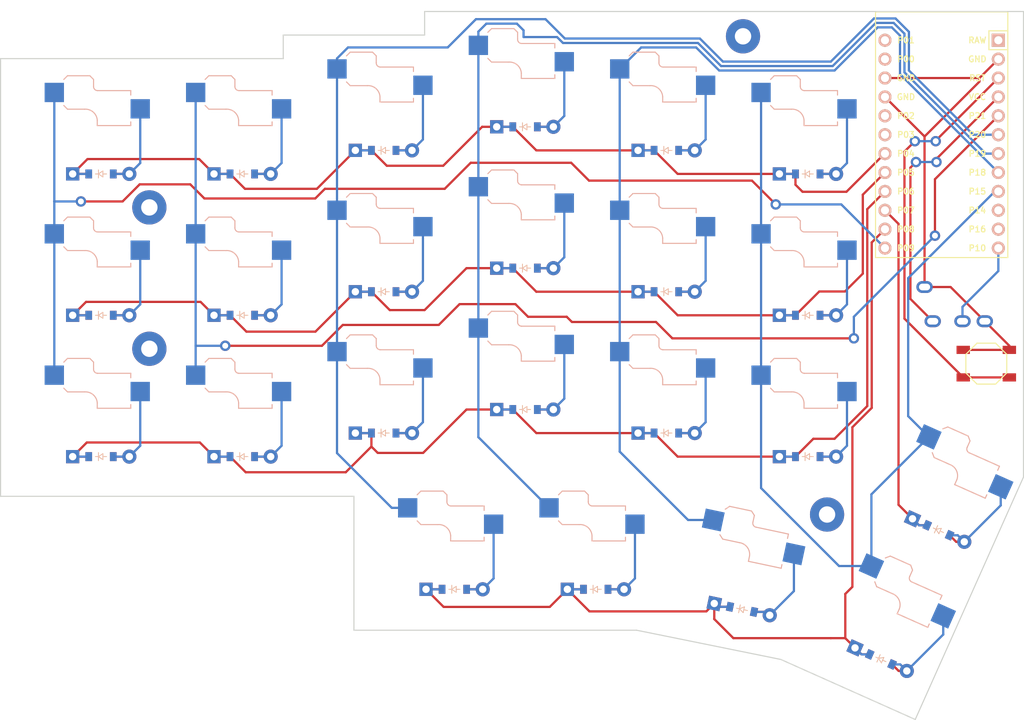
<source format=kicad_pcb>
(kicad_pcb (version 20240108) (generator "pcbnew") (generator_version "8.0")
  (title_block (title "hasbii_pcb") (date "2026-02-26") (rev "raw") (company "hasbii"))
  (layers (0 "F.Cu" signal) (31 "B.Cu" signal) (34 "B.Paste" user) (35 "F.Paste" user) (36 "B.SilkS" user "B.Silkscreen") (37 "F.SilkS" user "F.Silkscreen") (38 "B.Mask" user) (39 "F.Mask" user) (44 "Edge.Cuts" user))
  (net 0 "")
  (net 1 "c1")
  (net 2 "c1_r3")
  (net 3 "GND")
  (net 4 "c1_r2")
  (net 5 "c1_r1")
  (net 6 "c2")
  (net 7 "c2_r3")
  (net 8 "c2_r2")
  (net 9 "c2_r1")
  (net 10 "c3")
  (net 11 "c3_r3")
  (net 12 "c3_r2")
  (net 13 "c3_r1")
  (net 14 "c4")
  (net 15 "c4_r3")
  (net 16 "c4_r2")
  (net 17 "c4_r1")
  (net 18 "c5")
  (net 19 "c5_r3")
  (net 20 "c5_r2")
  (net 21 "c5_r1")
  (net 22 "c6")
  (net 23 "c6_r3")
  (net 24 "c6_r2")
  (net 25 "c6_r1")
  (net 26 "c3_r5")
  (net 27 "c4_r5")
  (net 28 "c5_r5")
  (net 29 "c6_r5")
  (net 30 "c6_r4")
  (net 31 "r3")
  (net 32 "r2")
  (net 33 "r1")
  (net 34 "r5")
  (net 35 "r4")
  (net 36 "RAW")
  (net 37 "RST")
  (net 38 "VCC")
  (net 39 "P14")
  (net 40 "P16")
  (net 41 "DATA")
  (net 42 "P1")
  (net 43 "P0")
  (net 44 "P2")
  (net 45 "P3")
  (footprint "E73:SW_TACT_ALPS_SKQGABE010" (layer "F.Cu") (at 272 142.5)
    (property "Reference" "B1" (hide yes))
    (property "Value" "" (hide yes))
  )
  (footprint "ComboDiode" (layer "F.Cu") (at 191 151.833333)
    (property "Reference" "D7" (hide yes))
    (property "Value" "" (hide yes))
  )
  (footprint "ComboDiode" (layer "F.Cu") (at 229 113.833333)
    (property "Reference" "D15" (hide yes))
    (property "Value" "" (hide yes))
  )
  (footprint "ComboDiode" (layer "F.Cu") (at 248 136)
    (property "Reference" "D17" (hide yes))
    (property "Value" "" (hide yes))
  )
  (footprint "ceoloide:mounting_hole_npth" (layer "F.Cu") (at 159.5 140.5)
    (property "Reference" "MH2" (hide yes))
    (property "Value" "")
  )
  (footprint "ComboDiode" (layer "F.Cu") (at 248 117)
    (property "Reference" "D18" (hide yes))
    (property "Value" "" (hide yes))
  )
  (footprint "ComboDiode" (layer "F.Cu") (at 219.5 172.833333)
    (property "Reference" "D20" (hide yes))
    (property "Value" "" (hide yes))
  )
  (footprint "ComboDiode" (layer "F.Cu") (at 153 117)
    (property "Reference" "D3" (hide yes))
    (property "Value" "" (hide yes))
  )
  (footprint "ComboDiode" (layer "F.Cu") (at 191 132.833333)
    (property "Reference" "D8" (hide yes))
    (property "Value" "" (hide yes))
  )
  (footprint "ComboDiode" (layer "F.Cu") (at 229 151.833333)
    (property "Reference" "D13" (hide yes))
    (property "Value" "" (hide yes))
  )
  (footprint "ComboDiode" (layer "F.Cu") (at 248 155)
    (property "Reference" "D16" (hide yes))
    (property "Value" "" (hide yes))
  )
  (footprint "ComboDiode" (layer "F.Cu") (at 153 155)
    (property "Reference" "D1" (hide yes))
    (property "Value" "" (hide yes))
  )
  (footprint "ComboDiode" (layer "F.Cu") (at 229 132.833333)
    (property "Reference" "D14" (hide yes))
    (property "Value" "" (hide yes))
  )
  (footprint "ComboDiode" (layer "F.Cu") (at 153 136)
    (property "Reference" "D2" (hide yes))
    (property "Value" "" (hide yes))
  )
  (footprint "ComboDiode" (layer "F.Cu") (at 191 113.833333)
    (property "Reference" "D9" (hide yes))
    (property "Value" "" (hide yes))
  )
  (footprint "ComboDiode" (layer "F.Cu") (at 200.5 172.833333)
    (property "Reference" "D19" (hide yes))
    (property "Value" "" (hide yes))
  )
  (footprint "ComboDiode" (layer "F.Cu") (at 172 117)
    (property "Reference" "D6" (hide yes))
    (property "Value" "" (hide yes))
  )
  (footprint "ComboDiode" (layer "F.Cu") (at 265.562434 164.899545 -24)
    (property "Reference" "D23" (hide yes))
    (property "Value" "" (hide yes))
  )
  (footprint "ceoloide:mounting_hole_npth" (layer "F.Cu") (at 250.596711 162.78091 -18)
    (property "Reference" "MH4" (hide yes))
    (property "Value" "")
  )
  (footprint "ComboDiode" (layer "F.Cu") (at 210 129.666667)
    (property "Reference" "D11" (hide yes))
    (property "Value" "" (hide yes))
  )
  (footprint "ceoloide:trrs_pj320a" (layer "F.Cu") (at 275 134.5 -90)
    (property "Reference" "TRRS1" (hide yes))
    (property "Value" "")
  )
  (footprint "ComboDiode" (layer "F.Cu") (at 210 110.666667)
    (property "Reference" "D12" (hide yes))
    (property "Value" "" (hide yes))
  )
  (footprint "ComboDiode" (layer "F.Cu") (at 172 136)
    (property "Reference" "D5" (hide yes))
    (property "Value" "" (hide yes))
  )
  (footprint "ComboDiode" (layer "F.Cu") (at 210 148.666667)
    (property "Reference" "D10" (hide yes))
    (property "Value" "" (hide yes))
  )
  (footprint "ceoloide:mounting_hole_npth" (layer "F.Cu") (at 239.3 98.5)
    (property "Reference" "MH3" (hide yes))
    (property "Value" "")
  )
  (footprint "ComboDiode" (layer "F.Cu") (at 172 155)
    (property "Reference" "D4" (hide yes))
    (property "Value" "" (hide yes))
  )
  (footprint "ComboDiode" (layer "F.Cu") (at 257.834438 182.256909 -24)
    (property "Reference" "D22" (hide yes))
    (property "Value" "" (hide yes))
  )
  (footprint "ProMicro" (layer "F.Cu") (at 266 113 -90)
    (property "Reference" "MCU1" (hide yes))
    (property "Value" "" (hide yes))
  )
  (footprint "ceoloide:mounting_hole_npth" (layer "F.Cu") (at 159.5 121.5)
    (property "Reference" "MH1" (hide yes))
    (property "Value" "")
  )
  (footprint "ComboDiode" (layer "F.Cu") (at 239.162448 175.530565 -12)
    (property "Reference" "D21" (hide yes))
    (property "Value" "" (hide yes))
  )
  (footprint "ceoloide:switch_choc_v1_v2" (layer "B.Cu") (at 237.267563 170.016092 -12)
    (property "Reference" "S21" (hide yes))
    (property "Value" "")
  )
  (footprint "ceoloide:switch_choc_v1_v2" (layer "B.Cu") (at 245 112)
    (property "Reference" "S18" (hide yes))
    (property "Value" "")
  )
  (footprint "ceoloide:switch_choc_v1_v2" (layer "B.Cu") (at 245 131)
    (property "Reference" "S17" (hide yes))
    (property "Value" "")
  )
  (footprint "ceoloide:switch_choc_v1_v2" (layer "B.Cu") (at 207 143.666667)
    (property "Reference" "S10" (hide yes))
    (property "Value" "")
  )
  (footprint "ceoloide:switch_choc_v1_v2" (layer "B.Cu") (at 226 127.833333)
    (property "Reference" "S14" (hide yes))
    (property "Value" "")
  )
  (footprint "ceoloide:switch_choc_v1_v2" (layer "B.Cu") (at 169 112)
    (property "Reference" "S6" (hide yes))
    (property "Value" "")
  )
  (footprint "ceoloide:switch_choc_v1_v2" (layer "B.Cu") (at 150 112)
    (property "Reference" "S3" (hide yes))
    (property "Value" "")
  )
  (footprint "ceoloide:switch_choc_v1_v2" (layer "B.Cu") (at 150 131)
    (property "Reference" "S2" (hide yes))
    (property "Value" "")
  )
  (footprint "ceoloide:switch_choc_v1_v2" (layer "B.Cu") (at 226 108.833333)
    (property "Reference" "S15" (hide yes))
    (property "Value" "")
  )
  (footprint "ceoloide:switch_choc_v1_v2" (layer "B.Cu") (at 245 150)
    (property "Reference" "S16" (hide yes))
    (property "Value" "")
  )
  (footprint "ceoloide:switch_choc_v1_v2" (layer "B.Cu") (at 226 146.833333)
    (property "Reference" "S13" (hide yes))
    (property "Value" "")
  )
  (footprint "ceoloide:switch_choc_v1_v2" (layer "B.Cu") (at 207 124.666667)
    (property "Reference" "S11" (hide yes))
    (property "Value" "")
  )
  (footprint "ceoloide:switch_choc_v1_v2" (layer "B.Cu") (at 207 105.666667)
    (property "Reference" "S12" (hide yes))
    (property "Value" "")
  )
  (footprint "ceoloide:switch_choc_v1_v2" (layer "B.Cu") (at 264.855481 159.111608 -24)
    (property "Reference" "S23" (hide yes))
    (property "Value" "")
  )
  (footprint "ceoloide:switch_choc_v1_v2" (layer "B.Cu") (at 150 150)
    (property "Reference" "S1" (hide yes))
    (property "Value" "")
  )
  (footprint "ceoloide:switch_choc_v1_v2" (layer "B.Cu") (at 188 146.833333)
    (property "Reference" "S7" (hide yes))
    (property "Value" "")
  )
  (footprint "ceoloide:switch_choc_v1_v2" (layer "B.Cu") (at 257.127484 176.468972 -24)
    (property "Reference" "S22" (hide yes))
    (property "Value" "")
  )
  (footprint "ceoloide:switch_choc_v1_v2" (layer "B.Cu") (at 188 127.833333)
    (property "Reference" "S8" (hide yes))
    (property "Value" "")
  )
  (footprint "ceoloide:switch_choc_v1_v2" (layer "B.Cu") (at 169 131)
    (property "Reference" "S5" (hide yes))
    (property "Value" "")
  )
  (footprint "ceoloide:switch_choc_v1_v2" (layer "B.Cu") (at 188 108.833333)
    (property "Reference" "S9" (hide yes))
    (property "Value" "")
  )
  (footprint "ceoloide:switch_choc_v1_v2" (layer "B.Cu") (at 169 150)
    (property "Reference" "S4" (hide yes))
    (property "Value" "")
  )
  (footprint "ceoloide:switch_choc_v1_v2" (layer "B.Cu") (at 216.5 167.833333)
    (property "Reference" "S20" (hide yes))
    (property "Value" "")
  )
  (footprint "ceoloide:switch_choc_v1_v2" (layer "B.Cu") (at 197.5 167.833333)
    (property "Reference" "S19" (hide yes))
    (property "Value" "")
  )
  (gr_line (start 277 95.166667) (end 277 157.74129) (stroke (width 0.15)) (layer "Edge.Cuts"))
  (gr_line (start 196.5 95.166667) (end 277 95.166667) (stroke (width 0.15)) (layer "Edge.Cuts"))
  (gr_line (start 177.5 98.333333) (end 196.5 98.333333) (stroke (width 0.15)) (layer "Edge.Cuts"))
  (gr_line (start 139.5 101.5) (end 177.5 101.5) (stroke (width 0.15)) (layer "Edge.Cuts"))
  (gr_line (start 244.376893 182.261803) (end 225 178.333333) (stroke (width 0.15)) (layer "Edge.Cuts"))
  (gr_line (start 277 157.74129) (end 262.448977 190.331934) (stroke (width 0.15)) (layer "Edge.Cuts"))
  (gr_line (start 196.5 98.333333) (end 196.5 95.166667) (stroke (width 0.15)) (layer "Edge.Cuts"))
  (gr_line (start 187 178.333333) (end 187 160.333333) (stroke (width 0.15)) (layer "Edge.Cuts"))
  (gr_line (start 187 160.333333) (end 139.5 160.333333) (stroke (width 0.15)) (layer "Edge.Cuts"))
  (gr_line (start 177.5 101.5) (end 177.5 98.333333) (stroke (width 0.15)) (layer "Edge.Cuts"))
  (gr_line (start 262.448977 190.331934) (end 244.376893 182.261803) (stroke (width 0.15)) (layer "Edge.Cuts"))
  (gr_line (start 139.5 160.333333) (end 139.5 101.5) (stroke (width 0.15)) (layer "Edge.Cuts"))
  (gr_line (start 225 178.333333) (end 187 178.333333) (stroke (width 0.15)) (layer "Edge.Cuts"))
  (segment (start 181.8 120.3) (end 166.9 120.3) (width 0.3) (layer "F.Cu") (net 1))
  (segment (start 158.2 118.4) (end 155.9 120.7) (width 0.3) (layer "F.Cu") (net 1))
  (segment (start 183.1 119) (end 181.8 120.3) (width 0.3) (layer "F.Cu") (net 1))
  (segment (start 202.7 115.5) (end 199.2 119) (width 0.3) (layer "F.Cu") (net 1))
  (segment (start 216.2 115.5) (end 202.7 115.5) (width 0.3) (layer "F.Cu") (net 1))
  (segment (start 166.9 120.3) (end 165 118.4) (width 0.3) (layer "F.Cu") (net 1))
  (segment (start 155.9 120.7) (end 150.3 120.7) (width 0.3) (layer "F.Cu") (net 1))
  (segment (start 240.5 117.9) (end 218.6 117.9) (width 0.3) (layer "F.Cu") (net 1))
  (segment (start 165 118.4) (end 158.2 118.4) (width 0.3) (layer "F.Cu") (net 1))
  (segment (start 218.6 117.9) (end 216.2 115.5) (width 0.3) (layer "F.Cu") (net 1))
  (segment (start 199.2 119) (end 183.1 119) (width 0.3) (layer "F.Cu") (net 1))
  (segment (start 243.7 121.1) (end 240.5 117.9) (width 0.3) (layer "F.Cu") (net 1))
  (via (at 243.7 121.1) (size 1.4) (drill 0.8) (layers "F.Cu" "B.Cu") (net 1))
  (via (at 150.3 120.7) (size 1.4) (drill 0.8) (layers "F.Cu" "B.Cu") (net 1))
  (segment (start 146.725 120.7) (end 146.725 125.05) (width 0.3) (layer "B.Cu") (net 1))
  (segment (start 252.51 121.1) (end 258.38 126.97) (width 0.3) (layer "B.Cu") (net 1))
  (segment (start 150.3 120.7) (end 146.725 120.7) (width 0.3) (layer "B.Cu") (net 1))
  (segment (start 146.725 106.05) (end 146.725 120.7) (width 0.3) (layer "B.Cu") (net 1))
  (segment (start 243.7 121.1) (end 252.51 121.1) (width 0.3) (layer "B.Cu") (net 1))
  (segment (start 146.725 125.05) (end 146.725 144.05) (width 0.3) (layer "B.Cu") (net 1))
  (segment (start 154.65 155) (end 156.81 155) (width 0.3) (layer "F.Cu") (net 2))
  (segment (start 158.275 146.25) (end 158.275 153.535) (width 0.3) (layer "B.Cu") (net 2))
  (segment (start 158.275 153.535) (end 156.81 155) (width 0.3) (layer "B.Cu") (net 2))
  (segment (start 154.65 155) (end 156.81 155) (width 0.3) (layer "B.Cu") (net 2))
  (segment (start 263.7 132.2) (end 267.2 132.2) (width 0.3) (layer "F.Cu") (net 3))
  (segment (start 258.38 104.11) (end 271.08 104.11) (width 0.3) (layer "F.Cu") (net 3))
  (segment (start 263.7 111.97) (end 263.7 132.2) (width 0.3) (layer "F.Cu") (net 3))
  (segment (start 271.08 104.59) (end 263.7 111.97) (width 0.3) (layer "F.Cu") (net 3))
  (segment (start 258.38 106.65) (end 263.7 111.97) (width 0.3) (layer "F.Cu") (net 3))
  (segment (start 267.2 132.2) (end 271.8 136.8) (width 0.3) (layer "F.Cu") (net 3))
  (segment (start 271.08 104.11) (end 273.62 101.57) (width 0.3) (layer "F.Cu") (net 3))
  (segment (start 275.1 140.1) (end 275.1 140.65) (width 0.3) (layer "F.Cu") (net 3))
  (segment (start 268.9 140.65) (end 275.1 140.65) (width 0.3) (layer "F.Cu") (net 3))
  (segment (start 271.08 104.11) (end 271.08 104.59) (width 0.3) (layer "F.Cu") (net 3))
  (segment (start 271.8 136.8) (end 275.1 140.1) (width 0.3) (layer "F.Cu") (net 3))
  (segment (start 154.65 136) (end 156.81 136) (width 0.3) (layer "F.Cu") (net 4))
  (segment (start 158.275 127.25) (end 158.275 134.535) (width 0.3) (layer "B.Cu") (net 4))
  (segment (start 156.81 136) (end 154.65 136) (width 0.3) (layer "B.Cu") (net 4))
  (segment (start 158.275 134.535) (end 156.81 136) (width 0.3) (layer "B.Cu") (net 4))
  (segment (start 154.65 117) (end 156.81 117) (width 0.3) (layer "F.Cu") (net 5))
  (segment (start 158.275 115.535) (end 156.81 117) (width 0.3) (layer "B.Cu") (net 5))
  (segment (start 154.65 117) (end 156.81 117) (width 0.3) (layer "B.Cu") (net 5))
  (segment (start 158.275 108.25) (end 158.275 115.535) (width 0.3) (layer "B.Cu") (net 5))
  (segment (start 216.3 136.9) (end 215.6 136.2) (width 0.3) (layer "F.Cu") (net 6))
  (segment (start 273.62 109.19) (end 265.1 117.71) (width 0.3) (layer "F.Cu") (net 6))
  (segment (start 254.2 139.1) (end 229.8 139.1) (width 0.3) (layer "F.Cu") (net 6))
  (segment (start 210.4 136.2) (end 208.7 134.5) (width 0.3) (layer "F.Cu") (net 6))
  (segment (start 208.7 134.5) (end 201.2 134.5) (width 0.3) (layer "F.Cu") (net 6))
  (segment (start 185.5 137.3) (end 182.7 140.1) (width 0.3) (layer "F.Cu") (net 6))
  (segment (start 182.7 140.1) (end 169.7 140.1) (width 0.3) (layer "F.Cu") (net 6))
  (segment (start 201.2 134.5) (end 198.4 137.3) (width 0.3) (layer "F.Cu") (net 6))
  (segment (start 229.8 139.1) (end 227.6 136.9) (width 0.3) (layer "F.Cu") (net 6))
  (segment (start 198.4 137.3) (end 185.5 137.3) (width 0.3) (layer "F.Cu") (net 6))
  (segment (start 265.1 117.71) (end 265.1 125.3) (width 0.3) (layer "F.Cu") (net 6))
  (segment (start 215.6 136.2) (end 210.4 136.2) (width 0.3) (layer "F.Cu") (net 6))
  (segment (start 227.6 136.9) (end 216.3 136.9) (width 0.3) (layer "F.Cu") (net 6))
  (via (at 265.1 125.3) (size 1.4) (drill 0.8) (layers "F.Cu" "B.Cu") (net 6))
  (via (at 254.2 139.1) (size 1.4) (drill 0.8) (layers "F.Cu" "B.Cu") (net 6))
  (via (at 169.7 140.1) (size 1.4) (drill 0.8) (layers "F.Cu" "B.Cu") (net 6))
  (segment (start 254.2 136.2) (end 254.2 139.1) (width 0.3) (layer "B.Cu") (net 6))
  (segment (start 165.725 144.05) (end 165.75 144.05) (width 0.3) (layer "B.Cu") (net 6))
  (segment (start 165.725 106.05) (end 165.725 125.05) (width 0.3) (layer "B.Cu") (net 6))
  (segment (start 165.725 140.1) (end 165.725 144.05) (width 0.3) (layer "B.Cu") (net 6))
  (segment (start 169.7 140.1) (end 165.725 140.1) (width 0.3) (layer "B.Cu") (net 6))
  (segment (start 265.1 125.3) (end 254.2 136.2) (width 0.3) (layer "B.Cu") (net 6))
  (segment (start 169.5 139.9) (end 169.7 140.1) (width 0.3) (layer "B.Cu") (net 6))
  (segment (start 165.725 125.05) (end 165.725 140.1) (width 0.3) (layer "B.Cu") (net 6))
  (segment (start 175.81 155) (end 173.65 155) (width 0.3) (layer "F.Cu") (net 7))
  (segment (start 173.65 155) (end 175.81 155) (width 0.3) (layer "B.Cu") (net 7))
  (segment (start 177.275 153.535) (end 175.81 155) (width 0.3) (layer "B.Cu") (net 7))
  (segment (start 177.275 146.25) (end 177.275 153.535) (width 0.3) (layer "B.Cu") (net 7))
  (segment (start 173.65 136) (end 175.81 136) (width 0.3) (layer "F.Cu") (net 8))
  (segment (start 177.275 127.25) (end 177.275 134.535) (width 0.3) (layer "B.Cu") (net 8))
  (segment (start 177.275 134.535) (end 175.81 136) (width 0.3) (layer "B.Cu") (net 8))
  (segment (start 175.81 136) (end 173.65 136) (width 0.3) (layer "B.Cu") (net 8))
  (segment (start 173.65 117) (end 175.81 117) (width 0.3) (layer "F.Cu") (net 9))
  (segment (start 177.275 115.535) (end 175.81 117) (width 0.3) (layer "B.Cu") (net 9))
  (segment (start 173.65 117) (end 175.81 117) (width 0.3) (layer "B.Cu") (net 9))
  (segment (start 177.275 108.25) (end 177.275 115.535) (width 0.3) (layer "B.Cu") (net 9))
  (segment (start 184.725 121.883333) (end 184.725 140.883333) (width 0.3) (layer "B.Cu") (net 10))
  (segment (start 251.102944 101.9) (end 236.597056 101.9) (width 0.3) (layer "B.Cu") (net 10))
  (segment (start 212.748528 96.2) (end 203.4 96.2) (width 0.3) (layer "B.Cu") (net 10))
  (segment (start 184.725 102.883333) (end 184.725 121.883333) (width 0.3) (layer "B.Cu") (net 10))
  (segment (start 259.797056 96.1) (end 256.902944 96.1) (width 0.3) (layer "B.Cu") (net 10))
  (segment (start 236.597056 101.9) (end 233.497056 98.8) (width 0.3) (layer "B.Cu") (net 10))
  (segment (start 192.083333 161.883333) (end 194.225 161.883333) (width 0.3) (layer "B.Cu") (net 10))
  (segment (start 199.6 100) (end 186.2 100) (width 0.3) (layer "B.Cu") (net 10))
  (segment (start 273.62 111.73) (end 270.237056 111.73) (width 0.3) (layer "B.Cu") (net 10))
  (segment (start 270.237056 111.73) (end 261.6 103.092944) (width 0.3) (layer "B.Cu") (net 10))
  (segment (start 184.725 101.475) (end 184.725 102.883333) (width 0.3) (layer "B.Cu") (net 10))
  (segment (start 184.725 140.883333) (end 184.725 154.525) (width 0.3) (layer "B.Cu") (net 10))
  (segment (start 261.6 97.902944) (end 259.797056 96.1) (width 0.3) (layer "B.Cu") (net 10))
  (segment (start 184.725 154.525) (end 192.083333 161.883333) (width 0.3) (layer "B.Cu") (net 10))
  (segment (start 186.2 100) (end 184.725 101.475) (width 0.3) (layer "B.Cu") (net 10))
  (segment (start 233.497056 98.8) (end 215.348528 98.8) (width 0.3) (layer "B.Cu") (net 10))
  (segment (start 215.348528 98.8) (end 212.748528 96.2) (width 0.3) (layer "B.Cu") (net 10))
  (segment (start 256.902944 96.1) (end 251.102944 101.9) (width 0.3) (layer "B.Cu") (net 10))
  (segment (start 203.4 96.2) (end 199.6 100) (width 0.3) (layer "B.Cu") (net 10))
  (segment (start 261.6 103.092944) (end 261.6 97.902944) (width 0.3) (layer "B.Cu") (net 10))
  (segment (start 192.65 151.833333) (end 194.81 151.833333) (width 0.3) (layer "F.Cu") (net 11))
  (segment (start 196.275 150.368333) (end 194.81 151.833333) (width 0.3) (layer "B.Cu") (net 11))
  (segment (start 192.65 151.833333) (end 194.81 151.833333) (width 0.3) (layer "B.Cu") (net 11))
  (segment (start 196.275 143.083333) (end 196.275 150.368333) (width 0.3) (layer "B.Cu") (net 11))
  (segment (start 192.65 132.833333) (end 194.81 132.833333) (width 0.3) (layer "F.Cu") (net 12))
  (segment (start 196.275 131.368333) (end 194.81 132.833333) (width 0.3) (layer "B.Cu") (net 12))
  (segment (start 192.65 132.833333) (end 194.81 132.833333) (width 0.3) (layer "B.Cu") (net 12))
  (segment (start 196.275 124.083333) (end 196.275 131.368333) (width 0.3) (layer "B.Cu") (net 12))
  (segment (start 192.65 113.833333) (end 194.81 113.833333) (width 0.3) (layer "F.Cu") (net 13))
  (segment (start 196.275 105.083333) (end 196.275 112.368333) (width 0.3) (layer "B.Cu") (net 13))
  (segment (start 196.275 112.368333) (end 194.81 113.833333) (width 0.3) (layer "B.Cu") (net 13))
  (segment (start 192.65 113.833333) (end 194.81 113.833333) (width 0.3) (layer "B.Cu") (net 13))
  (segment (start 271.928528 114.27) (end 261 103.341472) (width 0.3) (layer "B.Cu") (net 14))
  (segment (start 261 98.151472) (end 259.548528 96.7) (width 0.3) (layer "B.Cu") (net 14))
  (segment (start 208.9 96.8) (end 204.8 96.8) (width 0.3) (layer "B.Cu") (net 14))
  (segment (start 215.1 99.4) (end 214.3 98.6) (width 0.3) (layer "B.Cu") (net 14))
  (segment (start 203.725 118.716667) (end 203.725 137.716667) (width 0.3) (layer "B.Cu") (net 14))
  (segment (start 204.8 96.8) (end 203.725 97.875) (width 0.3) (layer "B.Cu") (net 14))
  (segment (start 209.8 98.6) (end 209.8 97.7) (width 0.3) (layer "B.Cu") (net 14))
  (segment (start 236.348528 102.5) (end 233.248528 99.4) (width 0.3) (layer "B.Cu") (net 14))
  (segment (start 214.3 98.6) (end 209.8 98.6) (width 0.3) (layer "B.Cu") (net 14))
  (segment (start 273.62 114.27) (end 271.928528 114.27) (width 0.3) (layer "B.Cu") (net 14))
  (segment (start 251.351472 102.5) (end 236.348528 102.5) (width 0.3) (layer "B.Cu") (net 14))
  (segment (start 233.248528 99.4) (end 215.1 99.4) (width 0.3) (layer "B.Cu") (net 14))
  (segment (start 209.8 97.7) (end 208.9 96.8) (width 0.3) (layer "B.Cu") (net 14))
  (segment (start 203.725 97.875) (end 203.725 99.716667) (width 0.3) (layer "B.Cu") (net 14))
  (segment (start 203.725 99.716667) (end 203.725 118.716667) (width 0.3) (layer "B.Cu") (net 14))
  (segment (start 203.725 137.716667) (end 203.725 152.383333) (width 0.3) (layer "B.Cu") (net 14))
  (segment (start 259.548528 96.7) (end 257.151472 96.7) (width 0.3) (layer "B.Cu") (net 14))
  (segment (start 203.725 152.383333) (end 213.225 161.883333) (width 0.3) (layer "B.Cu") (net 14))
  (segment (start 261 103.341472) (end 261 98.151472) (width 0.3) (layer "B.Cu") (net 14))
  (segment (start 257.151472 96.7) (end 251.351472 102.5) (width 0.3) (layer "B.Cu") (net 14))
  (segment (start 213.81 148.666667) (end 211.65 148.666667) (width 0.3) (layer "F.Cu") (net 15))
  (segment (start 211.65 148.666667) (end 213.81 148.666667) (width 0.3) (layer "B.Cu") (net 15))
  (segment (start 215.275 147.201667) (end 213.81 148.666667) (width 0.3) (layer "B.Cu") (net 15))
  (segment (start 215.275 139.916667) (end 215.275 147.201667) (width 0.3) (layer "B.Cu") (net 15))
  (segment (start 213.81 129.666667) (end 211.65 129.666667) (width 0.3) (layer "F.Cu") (net 16))
  (segment (start 215.275 120.916667) (end 215.275 128.201667) (width 0.3) (layer "B.Cu") (net 16))
  (segment (start 215.275 128.201667) (end 213.81 129.666667) (width 0.3) (layer "B.Cu") (net 16))
  (segment (start 211.65 129.666667) (end 213.81 129.666667) (width 0.3) (layer "B.Cu") (net 16))
  (segment (start 211.65 110.666667) (end 213.81 110.666667) (width 0.3) (layer "F.Cu") (net 17))
  (segment (start 215.275 109.201667) (end 213.81 110.666667) (width 0.3) (layer "B.Cu") (net 17))
  (segment (start 211.65 110.666667) (end 213.81 110.666667) (width 0.3) (layer "B.Cu") (net 17))
  (segment (start 215.275 101.916667) (end 215.275 109.201667) (width 0.3) (layer "B.Cu") (net 17))
  (segment (start 257.4 97.3) (end 251.6 103.1) (width 0.3) (layer "B.Cu") (net 18))
  (segment (start 233 100) (end 225.608333 100) (width 0.3) (layer "B.Cu") (net 18))
  (segment (start 236.1 103.1) (end 233 100) (width 0.3) (layer "B.Cu") (net 18))
  (segment (start 259.3 97.3) (end 257.4 97.3) (width 0.3) (layer "B.Cu") (net 18))
  (segment (start 260.4 98.4) (end 259.3 97.3) (width 0.3) (layer "B.Cu") (net 18))
  (segment (start 260.4 103.59) (end 260.4 98.4) (width 0.3) (layer "B.Cu") (net 18))
  (segment (start 222.725 121.883333) (end 222.725 140.883333) (width 0.3) (layer "B.Cu") (net 18))
  (segment (start 251.6 103.1) (end 236.1 103.1) (width 0.3) (layer "B.Cu") (net 18))
  (segment (start 225.608333 100) (end 222.725 102.883333) (width 0.3) (layer "B.Cu") (net 18))
  (segment (start 273.62 116.81) (end 260.4 103.59) (width 0.3) (layer "B.Cu") (net 18))
  (segment (start 222.725 140.883333) (end 222.725 154.325) (width 0.3) (layer "B.Cu") (net 18))
  (segment (start 222.725 154.325) (end 231.915203 163.515203) (width 0.3) (layer "B.Cu") (net 18))
  (segment (start 222.725 102.883333) (end 222.725 121.883333) (width 0.3) (layer "B.Cu") (net 18))
  (segment (start 231.915203 163.515203) (end 235.301204 163.515203) (width 0.3) (layer "B.Cu") (net 18))
  (segment (start 232.81 151.833333) (end 230.65 151.833333) (width 0.3) (layer "F.Cu") (net 19))
  (segment (start 230.65 151.833333) (end 232.81 151.833333) (width 0.3) (layer "B.Cu") (net 19))
  (segment (start 234.275 150.368333) (end 232.81 151.833333) (width 0.3) (layer "B.Cu") (net 19))
  (segment (start 234.275 143.083333) (end 234.275 150.368333) (width 0.3) (layer "B.Cu") (net 19))
  (segment (start 230.65 132.833333) (end 232.81 132.833333) (width 0.3) (layer "F.Cu") (net 20))
  (segment (start 234.275 131.368333) (end 232.81 132.833333) (width 0.3) (layer "B.Cu") (net 20))
  (segment (start 230.65 132.833333) (end 232.81 132.833333) (width 0.3) (layer "B.Cu") (net 20))
  (segment (start 234.275 124.083333) (end 234.275 131.368333) (width 0.3) (layer "B.Cu") (net 20))
  (segment (start 232.81 113.833333) (end 230.65 113.833333) (width 0.3) (layer "F.Cu") (net 21))
  (segment (start 234.275 112.368333) (end 232.81 113.833333) (width 0.3) (layer "B.Cu") (net 21))
  (segment (start 230.65 113.833333) (end 232.81 113.833333) (width 0.3) (layer "B.Cu") (net 21))
  (segment (start 234.275 105.083333) (end 234.275 112.368333) (width 0.3) (layer "B.Cu") (net 21))
  (segment (start 261.5 131) (end 261.5 149.560247) (width 0.3) (layer "B.Cu") (net 22))
  (segment (start 273.15 119.35) (end 261.5 131) (width 0.3) (layer "B.Cu") (net 22))
  (segment (start 256.555706 169.701314) (end 256.555706 160.071947) (width 0.3) (layer "B.Cu") (net 22))
  (segment (start 241.725 125.05) (end 241.725 144.05) (width 0.3) (layer "B.Cu") (net 22))
  (segment (start 241.725 106.05) (end 241.725 125.05) (width 0.3) (layer "B.Cu") (net 22))
  (segment (start 261.5 149.560247) (end 264.283703 152.34395) (width 0.3) (layer "B.Cu") (net 22))
  (segment (start 273.62 119.35) (end 273.15 119.35) (width 0.3) (layer "B.Cu") (net 22))
  (segment (start 241.725 159.225) (end 252.201314 169.701314) (width 0.3) (layer "B.Cu") (net 22))
  (segment (start 241.725 144.05) (end 241.725 159.225) (width 0.3) (layer "B.Cu") (net 22))
  (segment (start 256.555706 160.071947) (end 264.283703 152.34395) (width 0.3) (layer "B.Cu") (net 22))
  (segment (start 252.201314 169.701314) (end 256.555706 169.701314) (width 0.3) (layer "B.Cu") (net 22))
  (segment (start 251.81 155) (end 249.65 155) (width 0.3) (layer "F.Cu") (net 23))
  (segment (start 253.275 146.25) (end 253.275 153.535) (width 0.3) (layer "B.Cu") (net 23))
  (segment (start 249.65 155) (end 251.81 155) (width 0.3) (layer "B.Cu") (net 23))
  (segment (start 253.275 153.535) (end 251.81 155) (width 0.3) (layer "B.Cu") (net 23))
  (segment (start 251.81 136) (end 249.65 136) (width 0.3) (layer "F.Cu") (net 24))
  (segment (start 249.65 136) (end 251.81 136) (width 0.3) (layer "B.Cu") (net 24))
  (segment (start 253.275 127.25) (end 253.275 134.535) (width 0.3) (layer "B.Cu") (net 24))
  (segment (start 253.275 134.535) (end 251.81 136) (width 0.3) (layer "B.Cu") (net 24))
  (segment (start 251.81 117) (end 249.65 117) (width 0.3) (layer "F.Cu") (net 25))
  (segment (start 249.65 117) (end 251.81 117) (width 0.3) (layer "B.Cu") (net 25))
  (segment (start 253.275 115.535) (end 251.81 117) (width 0.3) (layer "B.Cu") (net 25))
  (segment (start 253.275 108.25) (end 253.275 115.535) (width 0.3) (layer "B.Cu") (net 25))
  (segment (start 202.15 172.833333) (end 204.31 172.833333) (width 0.3) (layer "F.Cu") (net 26))
  (segment (start 205.775 171.368333) (end 204.31 172.833333) (width 0.3) (layer "B.Cu") (net 26))
  (segment (start 202.15 172.833333) (end 204.31 172.833333) (width 0.3) (layer "B.Cu") (net 26))
  (segment (start 205.775 164.083333) (end 205.775 171.368333) (width 0.3) (layer "B.Cu") (net 26))
  (segment (start 221.15 172.833333) (end 223.31 172.833333) (width 0.3) (layer "F.Cu") (net 27))
  (segment (start 221.15 172.833333) (end 223.31 172.833333) (width 0.3) (layer "B.Cu") (net 27))
  (segment (start 224.775 164.083333) (end 224.775 171.368333) (width 0.3) (layer "B.Cu") (net 27))
  (segment (start 224.775 171.368333) (end 223.31 172.833333) (width 0.3) (layer "B.Cu") (net 27))
  (segment (start 242.073619 175.873619) (end 240.776392 175.873619) (width 0.3) (layer "F.Cu") (net 28))
  (segment (start 242.88919 176.322709) (end 242.522709 176.322709) (width 0.3) (layer "F.Cu") (net 28))
  (segment (start 242.522709 176.322709) (end 242.073619 175.873619) (width 0.3) (layer "F.Cu") (net 28))
  (segment (start 242.4401 175.873619) (end 242.88919 176.322709) (width 0.3) (layer "B.Cu") (net 28))
  (segment (start 246.141403 173.070496) (end 242.88919 176.322709) (width 0.3) (layer "B.Cu") (net 28))
  (segment (start 240.776392 175.873619) (end 242.4401 175.873619) (width 0.3) (layer "B.Cu") (net 28))
  (segment (start 246.141403 168.068508) (end 246.141403 173.070496) (width 0.3) (layer "B.Cu") (net 28))
  (segment (start 261.315046 183.806576) (end 260.22034 183.806576) (width 0.3) (layer "F.Cu") (net 29))
  (segment (start 260.22034 183.806576) (end 259.341788 182.928024) (width 0.3) (layer "F.Cu") (net 29))
  (segment (start 259.341788 182.928024) (end 260.436494 182.928024) (width 0.3) (layer "B.Cu") (net 29))
  (segment (start 266.212335 178.909287) (end 261.315046 183.806576) (width 0.3) (layer "B.Cu") (net 29))
  (segment (start 266.212335 176.408922) (end 266.212335 178.909287) (width 0.3) (layer "B.Cu") (net 29))
  (segment (start 260.436494 182.928024) (end 261.315046 183.806576) (width 0.3) (layer "B.Cu") (net 29))
  (segment (start 269.043042 166.449212) (end 267.948336 166.449212) (width 0.3) (layer "F.Cu") (net 30))
  (segment (start 267.948336 166.449212) (end 267.069784 165.57066) (width 0.3) (layer "F.Cu") (net 30))
  (segment (start 267.069784 165.57066) (end 268.16449 165.57066) (width 0.3) (layer "B.Cu") (net 30))
  (segment (start 273.940332 161.551922) (end 269.043042 166.449212) (width 0.3) (layer "B.Cu") (net 30))
  (segment (start 273.940332 159.051558) (end 273.940332 161.551922) (width 0.3) (layer "B.Cu") (net 30))
  (segment (start 268.16449 165.57066) (end 269.043042 166.449212) (width 0.3) (layer "B.Cu") (net 30))
  (segment (start 227.35 151.833333) (end 225.19 151.833333) (width 0.3) (layer "F.Cu") (net 31))
  (segment (start 196.3 154.5) (end 202.133333 148.666667) (width 0.3) (layer "F.Cu") (net 31))
  (segment (start 149.19 155) (end 151.09 153.1) (width 0.3) (layer "F.Cu") (net 31))
  (segment (start 202.133333 148.666667) (end 206.19 148.666667) (width 0.3) (layer "F.Cu") (net 31))
  (segment (start 227.35 151.833333) (end 230.516667 155) (width 0.3) (layer "F.Cu") (net 31))
  (segment (start 189.35 153.65) (end 190.2 154.5) (width 0.3) (layer "F.Cu") (net 31))
  (segment (start 208.35 148.666667) (end 206.19 148.666667) (width 0.3) (layer "F.Cu") (net 31))
  (segment (start 151.09 153.1) (end 166.29 153.1) (width 0.3) (layer "F.Cu") (net 31))
  (segment (start 256 121.73) (end 258.38 119.35) (width 0.3) (layer "F.Cu") (net 31))
  (segment (start 170.35 155) (end 172.45 157.1) (width 0.3) (layer "F.Cu") (net 31))
  (segment (start 185.9 157.1) (end 189.35 153.65) (width 0.3) (layer "F.Cu") (net 31))
  (segment (start 208.35 148.666667) (end 211.516666 151.833333) (width 0.3) (layer "F.Cu") (net 31))
  (segment (start 170.35 155) (end 168.19 155) (width 0.3) (layer "F.Cu") (net 31))
  (segment (start 189.35 153.65) (end 189.35 151.833333) (width 0.3) (layer "F.Cu") (net 31))
  (segment (start 248.75 152.6) (end 251.6 152.6) (width 0.3) (layer "F.Cu") (net 31))
  (segment (start 211.516666 151.833333) (end 225.19 151.833333) (width 0.3) (layer "F.Cu") (net 31))
  (segment (start 256 148.2) (end 256 121.73) (width 0.3) (layer "F.Cu") (net 31))
  (segment (start 251.6 152.6) (end 256 148.2) (width 0.3) (layer "F.Cu") (net 31))
  (segment (start 246.35 155) (end 248.75 152.6) (width 0.3) (layer "F.Cu") (net 31))
  (segment (start 166.29 153.1) (end 168.19 155) (width 0.3) (layer "F.Cu") (net 31))
  (segment (start 189.35 151.833333) (end 187.19 151.833333) (width 0.3) (layer "F.Cu") (net 31))
  (segment (start 172.45 157.1) (end 185.9 157.1) (width 0.3) (layer "F.Cu") (net 31))
  (segment (start 190.2 154.5) (end 196.3 154.5) (width 0.3) (layer "F.Cu") (net 31))
  (segment (start 230.516667 155) (end 244.19 155) (width 0.3) (layer "F.Cu") (net 31))
  (segment (start 151.35 155) (end 149.19 155) (width 0.3) (layer "F.Cu") (net 31))
  (segment (start 246.35 155) (end 244.19 155) (width 0.3) (layer "F.Cu") (net 31))
  (segment (start 187.19 151.833333) (end 189.35 151.833333) (width 0.3) (layer "B.Cu") (net 31))
  (segment (start 151.35 155) (end 149.19 155) (width 0.3) (layer "B.Cu") (net 31))
  (segment (start 246.35 155) (end 244.19 155) (width 0.3) (layer "B.Cu") (net 31))
  (segment (start 170.35 155) (end 168.19 155) (width 0.3) (layer "B.Cu") (net 31))
  (segment (start 227.35 151.833333) (end 225.19 151.833333) (width 0.3) (layer "B.Cu") (net 31))
  (segment (start 208.35 148.666667) (end 206.19 148.666667) (width 0.3) (layer "B.Cu") (net 31))
  (segment (start 227.35 132.833333) (end 230.516667 136) (width 0.3) (layer "F.Cu") (net 32))
  (segment (start 196.5 135.3) (end 202.133333 129.666667) (width 0.3) (layer "F.Cu") (net 32))
  (segment (start 208.35 129.666667) (end 211.516666 132.833333) (width 0.3) (layer "F.Cu") (net 32))
  (segment (start 211.516666 132.833333) (end 225.19 132.833333) (width 0.3) (layer "F.Cu") (net 32))
  (segment (start 189.35 132.833333) (end 191.816667 135.3) (width 0.3) (layer "F.Cu") (net 32))
  (segment (start 255.4 119.79) (end 258.38 116.81) (width 0.3) (layer "F.Cu") (net 32))
  (segment (start 150.99 134.2) (end 166.39 134.2) (width 0.3) (layer "F.Cu") (net 32))
  (segment (start 166.39 134.2) (end 168.19 136) (width 0.3) (layer "F.Cu") (net 32))
  (segment (start 202.133333 129.666667) (end 206.19 129.666667) (width 0.3) (layer "F.Cu") (net 32))
  (segment (start 208.35 129.666667) (end 206.19 129.666667) (width 0.3) (layer "F.Cu") (net 32))
  (segment (start 191.816667 135.3) (end 196.5 135.3) (width 0.3) (layer "F.Cu") (net 32))
  (segment (start 170.35 136) (end 172.55 138.2) (width 0.3) (layer "F.Cu") (net 32))
  (segment (start 181.823333 138.2) (end 187.19 132.833333) (width 0.3) (layer "F.Cu") (net 32))
  (segment (start 227.35 132.833333) (end 225.19 132.833333) (width 0.3) (layer "F.Cu") (net 32))
  (segment (start 172.55 138.2) (end 181.823333 138.2) (width 0.3) (layer "F.Cu") (net 32))
  (segment (start 189.35 132.833333) (end 187.19 132.833333) (width 0.3) (layer "F.Cu") (net 32))
  (segment (start 151.35 136) (end 149.19 136) (width 0.3) (layer "F.Cu") (net 32))
  (segment (start 246.35 136) (end 249.55 132.8) (width 0.3) (layer "F.Cu") (net 32))
  (segment (start 170.35 136) (end 168.19 136) (width 0.3) (layer "F.Cu") (net 32))
  (segment (start 246.35 136) (end 244.19 136) (width 0.3) (layer "F.Cu") (net 32))
  (segment (start 230.516667 136) (end 244.19 136) (width 0.3) (layer "F.Cu") (net 32))
  (segment (start 149.19 136) (end 150.99 134.2) (width 0.3) (layer "F.Cu") (net 32))
  (segment (start 253 132.8) (end 255.4 130.4) (width 0.3) (layer "F.Cu") (net 32))
  (segment (start 249.55 132.8) (end 253 132.8) (width 0.3) (layer "F.Cu") (net 32))
  (segment (start 255.4 130.4) (end 255.4 119.79) (width 0.3) (layer "F.Cu") (net 32))
  (segment (start 151.35 136) (end 149.19 136) (width 0.3) (layer "B.Cu") (net 32))
  (segment (start 170.35 136) (end 168.19 136) (width 0.3) (layer "B.Cu") (net 32))
  (segment (start 227.35 132.833333) (end 225.19 132.833333) (width 0.3) (layer "B.Cu") (net 32))
  (segment (start 246.35 136) (end 244.19 136) (width 0.3) (layer "B.Cu") (net 32))
  (segment (start 189.35 132.833333) (end 187.19 132.833333) (width 0.3) (layer "B.Cu") (net 32))
  (segment (start 206.19 129.666667) (end 208.35 129.666667) (width 0.3) (layer "B.Cu") (net 32))
  (segment (start 247.3 119.4) (end 253.2 119.4) (width 0.3) (layer "F.Cu") (net 33))
  (segment (start 211.516666 113.833333) (end 225.19 113.833333) (width 0.3) (layer "F.Cu") (net 33))
  (segment (start 151.19 115) (end 166.19 115) (width 0.3) (layer "F.Cu") (net 33))
  (segment (start 227.35 113.833333) (end 230.516667 117) (width 0.3) (layer "F.Cu") (net 33))
  (segment (start 168.19 117) (end 170.35 117) (width 0.3) (layer "F.Cu") (net 33))
  (segment (start 246.35 118.45) (end 247.3 119.4) (width 0.3) (layer "F.Cu") (net 33))
  (segment (start 208.35 110.666667) (end 206.19 110.666667) (width 0.3) (layer "F.Cu") (net 33))
  (segment (start 172.35 119) (end 182.023333 119) (width 0.3) (layer "F.Cu") (net 33))
  (segment (start 253.2 119.4) (end 258.33 114.27) (width 0.3) (layer "F.Cu") (net 33))
  (segment (start 170.35 117) (end 172.35 119) (width 0.3) (layer "F.Cu") (net 33))
  (segment (start 258.33 114.27) (end 258.38 114.27) (width 0.3) (layer "F.Cu") (net 33))
  (segment (start 189.35 113.833333) (end 191.416667 115.9) (width 0.3) (layer "F.Cu") (net 33))
  (segment (start 246.35 117) (end 246.35 118.45) (width 0.3) (layer "F.Cu") (net 33))
  (segment (start 191.416667 115.9) (end 199 115.9) (width 0.3) (layer "F.Cu") (net 33))
  (segment (start 230.516667 117) (end 244.19 117) (width 0.3) (layer "F.Cu") (net 33))
  (segment (start 227.35 113.833333) (end 225.19 113.833333) (width 0.3) (layer "F.Cu") (net 33))
  (segment (start 149.19 117) (end 151.19 115) (width 0.3) (layer "F.Cu") (net 33))
  (segment (start 166.19 115) (end 168.19 117) (width 0.3) (layer "F.Cu") (net 33))
  (segment (start 189.35 113.833333) (end 187.19 113.833333) (width 0.3) (layer "F.Cu") (net 33))
  (segment (start 182.023333 119) (end 187.19 113.833333) (width 0.3) (layer "F.Cu") (net 33))
  (segment (start 208.35 110.666667) (end 211.516666 113.833333) (width 0.3) (layer "F.Cu") (net 33))
  (segment (start 199 115.9) (end 204.233333 110.666667) (width 0.3) (layer "F.Cu") (net 33))
  (segment (start 151.35 117) (end 149.19 117) (width 0.3) (layer "F.Cu") (net 33))
  (segment (start 246.35 117) (end 244.19 117) (width 0.3) (layer "F.Cu") (net 33))
  (segment (start 204.233333 110.666667) (end 206.19 110.666667) (width 0.3) (layer "F.Cu") (net 33))
  (segment (start 208.35 110.666667) (end 206.19 110.666667) (width 0.3) (layer "B.Cu") (net 33))
  (segment (start 170.35 117) (end 168.19 117) (width 0.3) (layer "B.Cu") (net 33))
  (segment (start 151.35 117) (end 149.19 117) (width 0.3) (layer "B.Cu") (net 33))
  (segment (start 246.35 117) (end 244.19 117) (width 0.3) (layer "B.Cu") (net 33))
  (segment (start 227.35 113.833333) (end 225.19 113.833333) (width 0.3) (layer "B.Cu") (net 33))
  (segment (start 189.35 113.833333) (end 187.19 113.833333) (width 0.3) (layer "B.Cu") (net 33))
  (segment (start 256.6 126.21) (end 256.6 148.448528) (width 0.3) (layer "F.Cu") (net 34))
  (segment (start 213.323333 175.2) (end 215.69 172.833333) (width 0.3) (layer "F.Cu") (net 34))
  (segment (start 217.85 172.833333) (end 215.69 172.833333) (width 0.3) (layer "F.Cu") (net 34))
  (segment (start 254 151.048528) (end 254 172.5) (width 0.3) (layer "F.Cu") (net 34))
  (segment (start 238 179.4) (end 251.1 179.4) (width 0.3) (layer "F.Cu") (net 34))
  (segment (start 234.374127 175.8) (end 235.435706 174.738421) (width 0.3) (layer "F.Cu") (net 34))
  (segment (start 196.69 172.833333) (end 199.056667 175.2) (width 0.3) (layer "F.Cu") (net 34))
  (segment (start 199.056667 175.2) (end 213.323333 175.2) (width 0.3) (layer "F.Cu") (net 34))
  (segment (start 235.884796 175.187511) (end 235.435706 174.738421) (width 0.3) (layer "F.Cu") (net 34))
  (segment (start 218.656667 175.8) (end 234.374127 175.8) (width 0.3) (layer "F.Cu") (net 34))
  (segment (start 253.046588 173.453412) (end 253.046588 179.4) (width 0.3) (layer "F.Cu") (net 34))
  (segment (start 254 172.5) (end 253.046588 173.453412) (width 0.3) (layer "F.Cu") (net 34))
  (segment (start 256.6 148.448528) (end 254 151.048528) (width 0.3) (layer "F.Cu") (net 34))
  (segment (start 237.548504 175.187511) (end 235.884796 175.187511) (width 0.3) (layer "F.Cu") (net 34))
  (segment (start 255.232382 181.585794) (end 254.35383 180.707242) (width 0.3) (layer "F.Cu") (net 34))
  (segment (start 198.85 172.833333) (end 196.69 172.833333) (width 0.3) (layer "F.Cu") (net 34))
  (segment (start 258.38 124.43) (end 256.6 126.21) (width 0.3) (layer "F.Cu") (net 34))
  (segment (start 251.1 179.4) (end 253.046588 179.4) (width 0.3) (layer "F.Cu") (net 34))
  (segment (start 235.435706 174.738421) (end 235.435706 176.835706) (width 0.3) (layer "F.Cu") (net 34))
  (segment (start 256.327088 181.585794) (end 255.232382 181.585794) (width 0.3) (layer "F.Cu") (net 34))
  (segment (start 253.046588 179.4) (end 254.35383 180.707242) (width 0.3) (layer "F.Cu") (net 34))
  (segment (start 235.435706 176.835706) (end 238 179.4) (width 0.3) (layer "F.Cu") (net 34))
  (segment (start 215.69 172.833333) (end 218.656667 175.8) (width 0.3) (layer "F.Cu") (net 34))
  (segment (start 215.69 172.833333) (end 217.85 172.833333) (width 0.3) (layer "B.Cu") (net 34))
  (segment (start 255.232382 181.585794) (end 254.35383 180.707242) (width 0.3) (layer "B.Cu") (net 34))
  (segment (start 198.85 172.833333) (end 196.69 172.833333) (width 0.3) (layer "B.Cu") (net 34))
  (segment (start 237.548504 175.187511) (end 235.884796 175.187511) (width 0.3) (layer "B.Cu") (net 34))
  (segment (start 256.327088 181.585794) (end 255.232382 181.585794) (width 0.3) (layer "B.Cu") (net 34))
  (segment (start 235.884796 175.187511) (end 235.435706 174.738421) (width 0.3) (layer "B.Cu") (net 34))
  (segment (start 260.2 123.71) (end 258.38 121.89) (width 0.3) (layer "F.Cu") (net 35))
  (segment (start 262.960378 164.22843) (end 262.081826 163.349878) (width 0.3) (layer "F.Cu") (net 35))
  (segment (start 264.055084 164.22843) (end 262.960378 164.22843) (width 0.3) (layer "F.Cu") (net 35))
  (segment (start 262.081826 163.349878) (end 260.2 161.468052) (width 0.3) (layer "F.Cu") (net 35))
  (segment (start 260.2 161.468052) (end 260.2 123.71) (width 0.3) (layer "F.Cu") (net 35))
  (segment (start 262.960378 164.22843) (end 262.081826 163.349878) (width 0.3) (layer "B.Cu") (net 35))
  (segment (start 264.055084 164.22843) (end 262.960378 164.22843) (width 0.3) (layer "B.Cu") (net 35))
  (segment (start 268.9 144.35) (end 275.1 144.35) (width 0.3) (layer "F.Cu") (net 37))
  (segment (start 273.62 104.11) (end 265.2 112.53) (width 0.3) (layer "F.Cu") (net 37))
  (segment (start 261 136.45) (end 268.9 144.35) (width 0.3) (layer "F.Cu") (net 37))
  (segment (start 262.4 112.6) (end 261 114) (width 0.3) (layer "F.Cu") (net 37))
  (segment (start 261 114) (end 261 136.45) (width 0.3) (layer "F.Cu") (net 37))
  (segment (start 265.2 112.53) (end 265.2 112.6) (width 0.3) (layer "F.Cu") (net 37))
  (via (at 262.4 112.6) (size 1.4) (drill 0.8) (layers "F.Cu" "B.Cu") (net 37))
  (via (at 265.2 112.6) (size 1.4) (drill 0.8) (layers "F.Cu" "B.Cu") (net 37))
  (segment (start 265.2 112.6) (end 262.4 112.6) (width 0.3) (layer "B.Cu") (net 37))
  (segment (start 273.62 106.65) (end 265.3 114.97) (width 0.3) (layer "F.Cu") (net 38))
  (segment (start 261.8 133.8) (end 264.8 136.8) (width 0.3) (layer "F.Cu") (net 38))
  (segment (start 261.8 116.15) (end 261.8 133.8) (width 0.3) (layer "F.Cu") (net 38))
  (segment (start 265.3 114.97) (end 265.3 115.4) (width 0.3) (layer "F.Cu") (net 38))
  (segment (start 262.55 115.4) (end 261.8 116.15) (width 0.3) (layer "F.Cu") (net 38))
  (via (at 265.3 115.4) (size 1.4) (drill 0.8) (layers "F.Cu" "B.Cu") (net 38))
  (via (at 262.55 115.4) (size 1.4) (drill 0.8) (layers "F.Cu" "B.Cu") (net 38))
  (segment (start 262.55 115.4) (end 265.3 115.4) (width 0.3) (layer "B.Cu") (net 38))
  (segment (start 273.62 130.047767) (end 268.8 134.867767) (width 0.3) (layer "B.Cu") (net 41))
  (segment (start 268.8 134.867767) (end 268.8 136.8) (width 0.3) (layer "B.Cu") (net 41))
  (segment (start 273.62 126.97) (end 273.62 130.047767) (width 0.3) (layer "B.Cu") (net 41))
)
</source>
